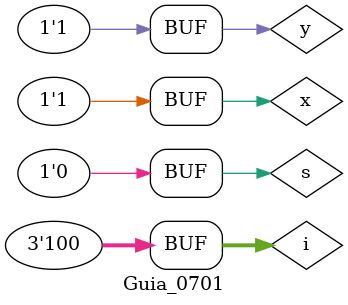
<source format=v>

module f0701( output a, output b, input x, input y );
    and  AND1  ( a, x, y ); // saida do AND
    nand NAND1 ( b, x, y ); // saida do NAND
endmodule // f0701

// ------------------------- 
//  Multiplexador com 1 bit para Selecao 
// ------------------------- 
module mux ( output z, 
             input a, input b, 
             input select 
           ); 
    // definir dados locais 
    wire not_select; 
    wire sa; 
    wire sb; 
    // descrever por portas 
    not NOT1 ( not_select, select ); 
    and AND1 ( sa, a, not_select ); 
    and AND2 ( sb, b,     select ); 
    or  OR1  ( z, sa, sb ); 
endmodule // mux 

// ------------------------- 
//  Guia_0701 - Modulo de Teste 
// -------------------------
module Guia_0701; 
    // ------------------------- definir dados 
    reg  x = 0, y = 0; // inputs
    reg  s = 0;        // input selecionavel
    wire z;            // output MUX
    wire a, b;         // output AND/NAND
    reg [2:0]i;

    // instancias
    f0701 MOD ( a, b, x, y );
    mux   MUX ( z, a, b, s );

    // valores iniciais 
    initial begin: start 
        x=1'b0; y=1'b0; s=1'b0;
    end // start
    
    // ------------------------- parte principal 
    initial begin : main 
        $display("Guia_0701 - Teste"); 
        $display("LU's module:");
        $display( "   x    y    s   AND NAND  MUX" );
        $monitor("%4b %4b %4b %4b %4b %4b", x, y, s, a, b, z ); 
        for ( i = 1; i < 4; i++ )
        begin
            #10 x=i[1]; y=i[0]; s = ~s;
        end // for
    end // main 
endmodule // Guia_0701 
</source>
